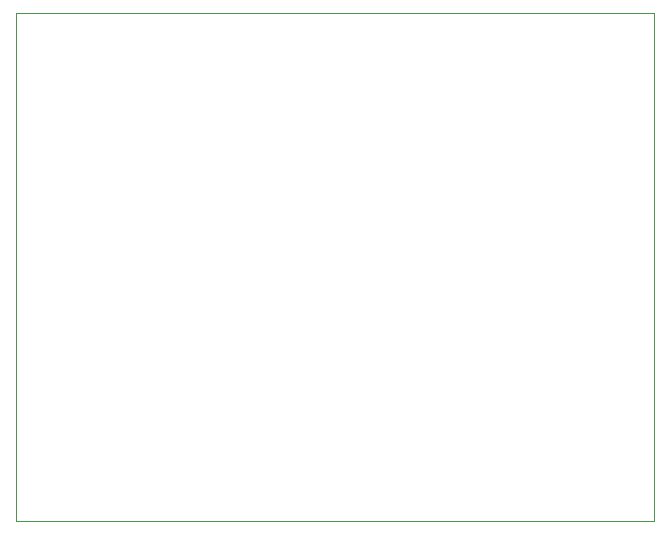
<source format=gbr>
%TF.GenerationSoftware,KiCad,Pcbnew,5.1.10-88a1d61d58~90~ubuntu20.04.1*%
%TF.CreationDate,2021-11-15T19:50:34+00:00*%
%TF.ProjectId,daughter_board,64617567-6874-4657-925f-626f6172642e,rev?*%
%TF.SameCoordinates,Original*%
%TF.FileFunction,Profile,NP*%
%FSLAX46Y46*%
G04 Gerber Fmt 4.6, Leading zero omitted, Abs format (unit mm)*
G04 Created by KiCad (PCBNEW 5.1.10-88a1d61d58~90~ubuntu20.04.1) date 2021-11-15 19:50:34*
%MOMM*%
%LPD*%
G01*
G04 APERTURE LIST*
%TA.AperFunction,Profile*%
%ADD10C,0.050000*%
%TD*%
G04 APERTURE END LIST*
D10*
X103000000Y-91000000D02*
X103000000Y-134000000D01*
X157000000Y-91000000D02*
X103000000Y-91000000D01*
X157000000Y-134000000D02*
X157000000Y-91000000D01*
X103000000Y-134000000D02*
X157000000Y-134000000D01*
M02*

</source>
